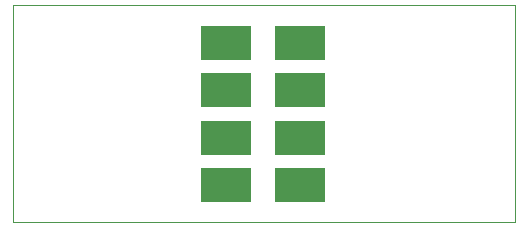
<source format=gbp>
%FSLAX25Y25*%
%MOIN*%
G70*
G01*
G75*
G04 Layer_Color=6049101*
%ADD10P,0.08352X4X243.0*%
G04:AMPARAMS|DCode=11|XSize=80mil|YSize=50mil|CornerRadius=0mil|HoleSize=0mil|Usage=FLASHONLY|Rotation=288.000|XOffset=0mil|YOffset=0mil|HoleType=Round|Shape=Rectangle|*
%AMROTATEDRECTD11*
4,1,4,-0.03614,0.03032,0.01142,0.04577,0.03614,-0.03032,-0.01142,-0.04577,-0.03614,0.03032,0.0*
%
%ADD11ROTATEDRECTD11*%

%ADD12C,0.02500*%
%ADD13C,0.05000*%
%ADD14C,0.00100*%
%ADD15C,0.16500*%
%ADD16C,0.04000*%
%ADD17R,0.17716X0.12205*%
%ADD18C,0.01000*%
%ADD19P,0.06937X4X243.0*%
G04:AMPARAMS|DCode=20|XSize=70mil|YSize=40mil|CornerRadius=0mil|HoleSize=0mil|Usage=FLASHONLY|Rotation=288.000|XOffset=0mil|YOffset=0mil|HoleType=Round|Shape=Rectangle|*
%AMROTATEDRECTD20*
4,1,4,-0.02984,0.02711,0.00821,0.03947,0.02984,-0.02711,-0.00821,-0.03947,-0.02984,0.02711,0.0*
%
%ADD20ROTATEDRECTD20*%

%ADD21R,0.16716X0.11205*%
D14*
X300000Y400000D02*
Y472400D01*
X467300D01*
Y400000D02*
Y472400D01*
X300000Y400000D02*
X467300D01*
D21*
X395856Y459744D02*
D03*
Y443996D02*
D03*
Y428248D02*
D03*
X371250Y459744D02*
D03*
Y443996D02*
D03*
Y428248D02*
D03*
X395856Y412500D02*
D03*
X371250D02*
D03*
M02*

</source>
